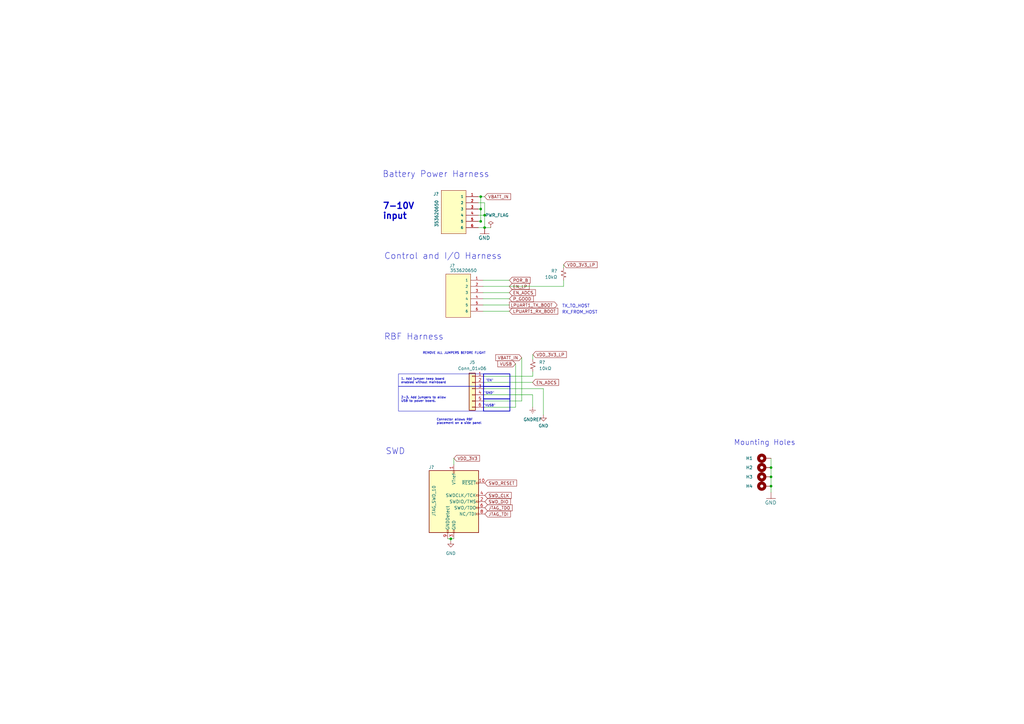
<source format=kicad_sch>
(kicad_sch (version 20230121) (generator eeschema)
  (paper "A3")
  (title_block (title "Soldermander") (date "2024-02-27") (rev "1.0") (company "Stanford Student Space Initiative") (comment 1 "RE: Flynn Dreilinger"))
  (lib_symbols
    (symbol "Connector:Conn_ARM_JTAG_SWD_10" (pin_names (offset 1.016))
      (property "Reference" "J" (at -2.54 16.51 0))
      (property "Value" "Conn_ARM_JTAG_SWD_10" (at -2.54 13.97 0))
      (symbol "Conn_ARM_JTAG_SWD_10_0_1"
        (rectangle (start -10.16 12.7) (end 10.16 -12.7) (stroke (width 0.254)) (fill (type background)))
        (rectangle (start -2.794 -12.7) (end -2.286 -11.684))
        (rectangle (start -0.254 -12.7) (end 0.254 -11.684))
        (rectangle (start -0.254 12.7) (end 0.254 11.684))
        (rectangle (start 9.144 2.286) (end 10.16 2.794))
        (rectangle (start 10.16 -2.794) (end 9.144 -2.286))
        (rectangle (start 10.16 -0.254) (end 9.144 0.254))
        (rectangle (start 10.16 7.874) (end 9.144 7.366))
      )
      (symbol "Conn_ARM_JTAG_SWD_10_1_1"
        (rectangle (start 9.144 -5.334) (end 10.16 -4.826))
        (pin power_in line (at 0 15.24 270) (length 2.54) (name "VTref") (number "1"))
        (pin open_collector line (at 12.7 7.62 180) (length 2.54) (name "~{RESET}") (number "10"))
        (pin bidirectional line (at 12.7 0 180) (length 2.54) (name "SWDIO/TMS") (number "2"))
        (pin power_in line (at 0 -15.24 90) (length 2.54) (name "GND") (number "3"))
        (pin output line (at 12.7 2.54 180) (length 2.54) (name "SWDCLK/TCK") (number "4"))
        (pin passive line (at 0 -15.24 90) (length 2.54) hide (name "GND") (number "5"))
        (pin input line (at 12.7 -2.54 180) (length 2.54) (name "SWO/TDO") (number "6"))
        (pin no_connect line (at -10.16 0 0) (length 2.54) hide (name "KEY") (number "7"))
        (pin output line (at 12.7 -5.08 180) (length 2.54) (name "NC/TDI") (number "8"))
        (pin passive line (at -2.54 -15.24 90) (length 2.54) (name "GNDDetect") (number "9"))
      )
    )
    (symbol "Connector_Generic:Conn_01x06" (pin_names (offset 1.016) hide)
      (property "Reference" "J" (at 0 7.62 0))
      (property "Value" "Conn_01x06" (at 0 -10.16 0))
      (symbol "Conn_01x06_1_1"
        (rectangle (start -1.27 -7.493) (end 0 -7.747) (stroke (width 0.1524)))
        (rectangle (start -1.27 -4.953) (end 0 -5.207) (stroke (width 0.1524)))
        (rectangle (start -1.27 -2.413) (end 0 -2.667) (stroke (width 0.1524)))
        (rectangle (start -1.27 0.127) (end 0 -0.127) (stroke (width 0.1524)))
        (rectangle (start -1.27 2.667) (end 0 2.413) (stroke (width 0.1524)))
        (rectangle (start -1.27 5.207) (end 0 4.953) (stroke (width 0.1524)))
        (rectangle (start -1.27 6.35) (end 1.27 -8.89) (stroke (width 0.254)) (fill (type background)))
        (pin passive line (at -5.08 5.08 0) (length 3.81) (name "Pin_1") (number "1"))
        (pin passive line (at -5.08 2.54 0) (length 3.81) (name "Pin_2") (number "2"))
        (pin passive line (at -5.08 0 0) (length 3.81) (name "Pin_3") (number "3"))
        (pin passive line (at -5.08 -2.54 0) (length 3.81) (name "Pin_4") (number "4"))
        (pin passive line (at -5.08 -5.08 0) (length 3.81) (name "Pin_5") (number "5"))
        (pin passive line (at -5.08 -7.62 0) (length 3.81) (name "Pin_6") (number "6"))
      )
    )
    (symbol "Device:R_Small_US" (pin_numbers hide) (pin_names (offset 0.254) hide)
      (property "Reference" "R" (at 0.762 0.508 0))
      (property "Value" "R_Small_US" (at 0.762 -1.016 0))
      (symbol "R_Small_US_1_1"
        (polyline (pts (xy 0 0) (xy 1.016 -0.381) (xy 0 -0.762) (xy -1.016 -1.143) (xy 0 -1.27)))
        (polyline (pts (xy 0 1.27) (xy 1.016 1.143) (xy 0 0.762) (xy -1.016 0.381) (xy 0 0)))
        (pin passive line (at 0 2.54 270) (length 1.016) (name "~") (number "1"))
        (pin passive line (at 0 -2.54 90) (length 1.016) (name "~") (number "2"))
      )
    )
    (symbol "GND_1" (power) (pin_names (offset 0))
      (property "Value" "GND_1" (at 0 -3.81 0))
      (symbol "GND_1_0_1"
        (polyline (pts (xy 0 0) (xy 0 -1.27) (xy 1.27 -1.27) (xy 0 -2.54) (xy -1.27 -1.27) (xy 0 -1.27)))
      )
      (symbol "GND_1_1_1"
        (pin power_in line (at 0 0 270) (length 0) hide (name "GND") (number "1"))
      )
    )
    (symbol "Mechanical:MountingHole_Pad" (pin_numbers hide) (pin_names (offset 1.016) hide)
      (property "Reference" "H" (at 0 6.35 0))
      (property "Value" "MountingHole_Pad" (at 0 4.445 0))
      (symbol "MountingHole_Pad_0_1"
        (circle (center 0 1.27) (radius 1.27) (stroke (width 1.27)))
      )
      (symbol "MountingHole_Pad_1_1"
        (pin input line (at 0 -2.54 90) (length 2.54) (name "1") (number "1"))
      )
    )
    (symbol "mainboard:35362-0650" (pin_names (offset 1.016))
      (property "Reference" "J" (at -5.334 11.4554 0))
      (property "Value" "35362-0650" (at -6.096 -11.684 0))
      (symbol "35362-0650_0_0"
        (rectangle (start -5.08 -7.62) (end 5.08 10.16) (stroke (width 0.1524)) (fill (type background)))
        (pin passive line (at 10.16 7.62 180) (length 5.08) (name "1") (number "1"))
        (pin passive line (at 10.16 5.08 180) (length 5.08) (name "2") (number "2"))
        (pin passive line (at 10.16 2.54 180) (length 5.08) (name "3") (number "3"))
        (pin passive line (at 10.16 0 180) (length 5.08) (name "4") (number "4"))
        (pin passive line (at 10.16 -2.54 180) (length 5.08) (name "5") (number "5"))
        (pin passive line (at 10.16 -5.08 180) (length 5.08) (name "6") (number "6"))
      )
    )
    (symbol "mainboard:GND" (power) (pin_names (offset 1.016))
      (property "Value" "GND" (at -2.54 -2.54 0))
      (symbol "GND_1_0"
        (polyline (pts (xy -1.905 0) (xy 1.905 0)))
        (pin power_in line (at 0 2.54 270) (length 2.54) (name "GND") (number "1"))
      )
    )
    (symbol "power:GND" (power) (pin_names (offset 0))
      (property "Value" "GND" (at 0 -3.81 0))
      (symbol "GND_0_1"
        (polyline (pts (xy 0 0) (xy 0 -1.27) (xy 1.27 -1.27) (xy 0 -2.54) (xy -1.27 -1.27) (xy 0 -1.27)))
      )
      (symbol "GND_1_1"
        (pin power_in line (at 0 0 270) (length 0) hide (name "GND") (number "1"))
      )
    )
    (symbol "power:GNDREF" (power) (pin_names (offset 0))
      (property "Value" "GNDREF" (at 0 -3.81 0))
      (symbol "GNDREF_0_1"
        (polyline (pts (xy -0.635 -1.905) (xy 0.635 -1.905)))
        (polyline (pts (xy -0.127 -2.54) (xy 0.127 -2.54)))
        (polyline (pts (xy 0 -1.27) (xy 0 0)))
        (polyline (pts (xy 1.27 -1.27) (xy -1.27 -1.27)))
      )
      (symbol "GNDREF_1_1"
        (pin power_in line (at 0 0 270) (length 0) hide (name "GNDREF") (number "1"))
      )
    )
    (symbol "power:PWR_FLAG" (power) (pin_numbers hide) (pin_names (offset 0) hide)
      (property "Value" "PWR_FLAG" (at 0 3.81 0))
      (symbol "PWR_FLAG_0_0"
        (pin power_out line (at 0 0 90) (length 0) (name "pwr") (number "1"))
      )
      (symbol "PWR_FLAG_0_1"
        (polyline (pts (xy 0 0) (xy 0 1.27) (xy -1.016 1.905) (xy 0 2.54) (xy 1.016 1.905) (xy 0 1.27)))
      )
    )
  )
  (junction (at 316.23 191.77))
  (junction (at 316.23 195.58))
  (junction (at 316.23 199.39))
  (junction (at 197.1548 85.725))
  (junction (at 184.8866 220.98))
  (junction (at 197.1548 90.805))
  (junction (at 197.1548 80.645))
  (junction (at 198.755 88.265))
  (junction (at 198.755 93.345))
  (wire (pts (xy 231.14 117.475) (xy 198.12 117.475)))
  (wire (pts (xy 198.755 93.345) (xy 196.215 93.345)))
  (wire (pts (xy 316.23 195.58) (xy 316.23 199.39)))
  (wire (pts (xy 198.755 164.465) (xy 213.995 164.465)))
  (wire (pts (xy 198.755 154.305) (xy 218.5416 154.305)))
  (wire (pts (xy 231.14 114.935) (xy 231.14 117.475)))
  (wire (pts (xy 198.12 125.095) (xy 208.915 125.095)))
  (wire (pts (xy 198.755 159.385) (xy 222.885 159.385)))
  (wire (pts (xy 316.23 199.39) (xy 316.23 201.93)))
  (wire (pts (xy 197.1548 80.645) (xy 196.215 80.645)))
  (wire (pts (xy 197.1548 90.805) (xy 196.215 90.805)))
  (wire (pts (xy 198.12 127.635) (xy 208.915 127.635)))
  (wire (pts (xy 198.755 80.645) (xy 197.1548 80.645)))
  (wire (pts (xy 198.12 114.935) (xy 208.915 114.935)))
  (wire (pts (xy 197.1548 90.8304) (xy 197.1548 90.805)))
  (wire (pts (xy 231.14 108.585) (xy 231.14 109.855)))
  (wire (pts (xy 316.23 187.96) (xy 316.23 191.77)))
  (wire (pts (xy 213.995 146.685) (xy 213.995 164.465)))
  (wire (pts (xy 218.5416 152.4) (xy 218.5416 154.305)))
  (wire (pts (xy 316.23 191.77) (xy 316.23 195.58)))
  (wire (pts (xy 218.5416 145.415) (xy 218.5416 147.32)))
  (wire (pts (xy 186.1566 187.96) (xy 186.1566 190.5)))
  (wire (pts (xy 218.44 161.925) (xy 218.44 167.005)))
  (wire (pts (xy 183.6166 220.98) (xy 184.8866 220.98)))
  (wire (pts (xy 198.755 156.845) (xy 218.44 156.845)))
  (wire (pts (xy 196.215 83.185) (xy 198.755 83.185)))
  (wire (pts (xy 198.755 88.265) (xy 198.755 93.345)))
  (wire (pts (xy 197.1548 85.725) (xy 196.215 85.725)))
  (wire (pts (xy 198.755 93.345) (xy 201.295 93.345)))
  (wire (pts (xy 198.755 88.265) (xy 196.215 88.265)))
  (wire (pts (xy 198.755 83.185) (xy 198.755 88.265)))
  (wire (pts (xy 198.12 120.015) (xy 208.915 120.015)))
  (wire (pts (xy 197.1548 80.645) (xy 197.1548 85.725)))
  (wire (pts (xy 198.12 122.555) (xy 208.915 122.555)))
  (wire (pts (xy 211.455 149.225) (xy 211.455 167.005)))
  (wire (pts (xy 184.8866 220.98) (xy 186.1566 220.98)))
  (wire (pts (xy 198.755 161.925) (xy 218.44 161.925)))
  (wire (pts (xy 222.885 159.385) (xy 222.885 170.18)))
  (wire (pts (xy 197.1548 85.725) (xy 197.1548 90.805)))
  (wire (pts (xy 184.8866 221.869) (xy 184.8866 220.98)))
  (wire (pts (xy 198.755 167.005) (xy 211.455 167.005)))
  (rectangle (start 198.3232 158.4706) (end 209.1182 163.576) (stroke (width 0.3)))
  (rectangle (start 163.4236 158.4706) (end 198.3232 168.6052))
  (rectangle (start 163.4236 153.3652) (end 198.3232 158.4706))
  (rectangle (start 198.3232 163.576) (end 209.1182 168.6052) (stroke (width 0.3)))
  (rectangle (start 198.3232 153.3398) (end 209.1182 158.4706) (stroke (width 0.3)))
  (text "1. Add jumper keep board \nenabled without mainboard" (at 164.465 157.48 0) (effects (font (size 0.889 0.889)) (justify left bottom)))
  (text "REMOVE ALL JUMPERS BEFORE FLIGHT" (at 173.355 145.415 0) (effects (font (size 0.889 0.889)) (justify left bottom)))
  (text "Connector allows RBF\nplacement on a side panel\n" (at 179.0192 174.1678 0) (effects (font (size 0.889 0.889)) (justify left bottom)))
  (text "SWD\n" (at 158.115 186.69 0) (effects (font (size 2.54 2.54)) (justify left bottom)))
  (text "\"GND\"" (at 202.7682 161.8488 0) (effects (font (size 0.889 0.889)) (justify right bottom)))
  (text "7-10V\ninput" (at 156.845 90.17 0) (effects (font (size 2.54 2.54) (thickness 0.508) bold) (justify left bottom)))
  (text "TX_TO_HOST" (at 230.505 126.365 0) (effects (font (size 1.27 1.27)) (justify left bottom)))
  (text "Control and I/O Harness" (at 157.5308 106.6292 0) (effects (font (size 2.54 2.54)) (justify left bottom)))
  (text "RX_FROM_HOST" (at 230.505 128.905 0) (effects (font (size 1.27 1.27)) (justify left bottom)))
  (text "\"VUSB\"" (at 198.2724 166.9542 0) (effects (font (size 0.889 0.889)) (justify left bottom)))
  (text "2-3. Add jumpers to allow\nUSB to power board." (at 164.465 165.1 0) (effects (font (size 0.889 0.889)) (justify left bottom)))
  (text "RBF Harness" (at 157.48 139.7 0) (effects (font (size 2.54 2.54)) (justify left bottom)))
  (text "Battery Power Harness" (at 156.845 73.025 0) (effects (font (size 2.54 2.54)) (justify left bottom)))
  (text "\"EN\"" (at 199.136 156.6926 0) (effects (font (size 0.889 0.889)) (justify left bottom)))
  (text "Mounting Holes" (at 300.99 182.88 0) (effects (font (size 2.159 2.159)) (justify left bottom)))
  (global_label "VDD_3V3_LP" (shape input) (at 231.14 108.585 0) (property "Intersheetrefs" "${INTERSHEET_REFS}" (effects hide)))
  (global_label "VBATT_IN" (shape input) (at 198.755 80.645 0) (property "Intersheetrefs" "${INTERSHEET_REFS}" (effects hide)))
  (global_label "JTAG_TDO" (shape input) (at 198.8566 208.28 0) (property "Intersheetrefs" "${INTERSHEET_REFS}" (effects hide)))
  (global_label "VBATT_IN" (shape input) (at 213.995 146.685 180) (property "Intersheetrefs" "${INTERSHEET_REFS}" (effects hide)))
  (global_label "VDD_3V3" (shape input) (at 186.1566 187.96 0) (property "Intersheetrefs" "${INTERSHEET_REFS}" (effects hide)))
  (global_label "EN_LP" (shape input) (at 208.915 117.475 0) (property "Intersheetrefs" "${INTERSHEET_REFS}" (effects hide)))
  (global_label "SWD_DIO" (shape input) (at 198.8566 205.74 0) (property "Intersheetrefs" "${INTERSHEET_REFS}" (effects hide)))
  (global_label "LPUART1_TX_BOOT" (shape output) (at 208.915 125.095 0) (property "Intersheetrefs" "${INTERSHEET_REFS}" (effects hide)))
  (global_label "JTAG_TDI" (shape input) (at 198.8566 210.82 0) (property "Intersheetrefs" "${INTERSHEET_REFS}" (effects hide)))
  (global_label "VDD_3V3_LP" (shape input) (at 218.5416 145.415 0) (property "Intersheetrefs" "${INTERSHEET_REFS}" (effects hide)))
  (global_label "SWD_RESET" (shape input) (at 198.8566 198.12 0) (property "Intersheetrefs" "${INTERSHEET_REFS}" (effects hide)))
  (global_label "VUSB" (shape input) (at 211.455 149.225 180) (property "Intersheetrefs" "${INTERSHEET_REFS}" (effects hide)))
  (global_label "LPUART1_RX_BOOT" (shape input) (at 208.915 127.635 0) (property "Intersheetrefs" "${INTERSHEET_REFS}" (effects hide)))
  (global_label "SWD_CLK" (shape input) (at 198.8566 203.2 0) (property "Intersheetrefs" "${INTERSHEET_REFS}" (effects hide)))
  (global_label "EN_ADCS" (shape input) (at 218.44 156.845 0) (property "Intersheetrefs" "${INTERSHEET_REFS}" (effects hide)))
  (global_label "EN_ADCS" (shape input) (at 208.915 120.015 0) (property "Intersheetrefs" "${INTERSHEET_REFS}" (effects hide)))
  (global_label "POR_B" (shape input) (at 208.915 114.935 0) (property "Intersheetrefs" "${INTERSHEET_REFS}" (effects hide)))
  (global_label "P_GOOD" (shape input) (at 208.915 122.555 0) (property "Intersheetrefs" "${INTERSHEET_REFS}" (effects hide)))
  (symbol (lib_id "mainboard:GND") (at 316.23 204.47 0) (unit 1)
    (property "Reference" "#GND09" (effects hide))
    (property "Value" "GND" (at 313.69 207.01 0) (effects (font (size 1.4986 1.4986)) (justify left bottom)))
    (instances (project "cpu_board" (path "" (reference "#GND09") (unit 1))) (project "mainboard" (path "" (reference "#GND?") (unit 1))))
  )
  (symbol (lib_id "power:PWR_FLAG") (at 201.295 93.345 0) (unit 1)
    (property "Reference" "#FLG?" (effects hide))
    (property "Value" "PWR_FLAG" (at 203.835 88.265 0))
    (instances (project "adcs-hardware" (path "" (reference "#FLG?") (unit 1))) (project "cpu_board" (path "" (reference "#FLG025") (unit 1))))
  )
  (symbol (lib_id "power:GNDREF") (at 218.44 167.005 0) (unit 1)
    (property "Reference" "#PWR?" (effects hide))
    (property "Value" "GNDREF" (at 218.44 172.085 0))
    (instances (project "adcs-hardware" (path "" (reference "#PWR?") (unit 1)) (path "" (reference "#PWR?") (unit 1))) (project "cpu_board" (path "" (reference "#PWR062") (unit 1))) (project "mainboard" (path "" (reference "#PWR?") (unit 1))))
  )
  (symbol (lib_id "Mechanical:MountingHole_Pad") (at 313.69 187.96 90) (unit 1) (in_bom no)
    (property "Reference" "H1" (at 307.34 187.96 90))
    (property "Value" "MountingHole_Pad" (effects hide))
    (property "Footprint" "MountingHole:MountingHole_2.7mm_M2.5_DIN965_Pad" (effects hide))
    (property "DNI" "DNI" (effects hide))
    (instances (project "cpu_board" (path "" (reference "H1") (unit 1))) (project "mainboard" (path "" (reference "H?") (unit 1))))
  )
  (symbol (lib_id "power:GND") (at 222.885 170.18 0) (unit 1)
    (property "Reference" "#PWR063" (effects hide))
    (property "Value" "GND" (at 222.885 174.625 0))
  )
  (symbol (lib_id "Device:R_Small_US") (at 218.5416 149.86 0) (unit 1)
    (property "Reference" "R?" (at 221.0816 148.59 0) (effects (justify left)))
    (property "Value" "10kΩ" (at 221.0816 151.13 0) (effects (justify left)))
    (property "Footprint" "adcs:Perfect_0402" (effects hide))
    (property "Footprint (for JLCPCB)" "0402" (effects hide))
    (instances (project "cpu_board" (path "" (reference "R?") (unit 1)) (path "" (reference "R?") (unit 1)) (path "" (reference "R?") (unit 1)) (path "" (reference "R?") (unit 1)) (path "" (reference "R?") (unit 1)) (path "" (reference "R33") (unit 1))))
  )
  (symbol (lib_id "Mechanical:MountingHole_Pad") (at 313.69 195.58 90) (unit 1)
    (property "Reference" "H3" (at 307.34 195.58 90))
    (property "Value" "MountingHole_Pad" (effects hide))
    (property "Footprint" "MountingHole:MountingHole_2.7mm_M2.5_DIN965_Pad" (effects hide))
    (property "DNI" "DNI" (effects hide))
    (property "Sim.Enable" "0" (effects hide))
    (instances (project "cpu_board" (path "" (reference "H3") (unit 1))) (project "mainboard" (path "" (reference "H?") (unit 1))))
  )
  (symbol (lib_id "mainboard:35362-0650") (at 186.055 88.265 0) (unit 1)
    (property "Reference" "J?" (at 178.8414 79.5782 0))
    (property "Value" "353620650" (at 179.07 87.5792 90))
    (property "Footprint" "mainboard:MOLEX_35362-0650" (effects hide))
    (property "Datasheet" "https://tools.molex.com/pdm_docs/sd/353620650_sd.pdf" (effects hide))
    (property "Manufacturer_Name" "Molex" (effects hide))
    (property "Flight" "353620650" (effects hide))
    (property "Description" "6-pin sherlock through-hole connector" (effects hide))
    (property "DNI" "DNI" (effects hide))
    (instances (project "adcs-hardware" (path "" (reference "J?") (unit 1))) (project "cpu_board" (path "" (reference "J2") (unit 1))) (project "mainboard" (path "" (reference "J?") (unit 1))))
  )
  (symbol (lib_name "GND_1") (lib_id "power:GND") (at 184.8866 221.869 0) (unit 1)
    (property "Reference" "#PWR?" (effects hide))
    (property "Value" "GND" (at 184.8866 226.949 0))
    (instances (project "adcs-hardware" (path "" (reference "#PWR?") (unit 1))) (project "cpu_board" (path "" (reference "#PWR061") (unit 1))) (project "rt1062" (path "" (reference "#PWR?") (unit 1))))
  )
  (symbol (lib_id "mainboard:35362-0650") (at 187.96 122.555 0) (unit 1)
    (property "Reference" "J?" (at 186.5884 108.966 0) (effects (justify right)))
    (property "Value" "353620650" (at 195.6308 110.9218 0) (effects (justify right)))
    (property "Footprint" "mainboard:MOLEX_35362-0650" (effects hide))
    (property "Datasheet" "https://tools.molex.com/pdm_docs/sd/353620650_sd.pdf" (effects hide))
    (property "Manufacturer_Name" "Molex" (effects hide))
    (property "Flight" "353620650" (effects hide))
    (property "Description" "6-pin sherlock through-hole connector" (effects hide))
    (property "DNI" "DNI" (effects hide))
    (instances (project "adcs-hardware" (path "" (reference "J?") (unit 1))) (project "cpu_board" (path "" (reference "J4") (unit 1))) (project "mainboard" (path "" (reference "J?") (unit 1))))
  )
  (symbol (lib_id "Mechanical:MountingHole_Pad") (at 313.69 199.39 90) (unit 1)
    (property "Reference" "H4" (at 307.34 199.39 90))
    (property "Value" "MountingHole_Pad" (effects hide))
    (property "Footprint" "MountingHole:MountingHole_2.7mm_M2.5_DIN965_Pad" (effects hide))
    (property "DNI" "DNI" (effects hide))
    (property "Sim.Enable" "0" (effects hide))
    (instances (project "cpu_board" (path "" (reference "H4") (unit 1))) (project "mainboard" (path "" (reference "H?") (unit 1))))
  )
  (symbol (lib_id "mainboard:GND") (at 198.755 95.885 0) (unit 1)
    (property "Reference" "#GND?" (effects hide))
    (property "Value" "GND" (at 196.215 98.425 0) (effects (font (size 1.4986 1.4986)) (justify left bottom)))
    (instances (project "adcs-hardware" (path "" (reference "#GND?") (unit 1))) (project "cpu_board" (path "" (reference "#GND08") (unit 1))) (project "mainboard" (path "" (reference "#GND?") (unit 1))))
  )
  (symbol (lib_id "Connector_Generic:Conn_01x06") (at 193.675 159.385 0) (mirror y) (unit 1)
    (property "Reference" "J5" (at 193.675 148.59 0))
    (property "Value" "Conn_01x06" (at 193.675 151.13 0))
    (property "Footprint" "Connector_PinHeader_2.54mm:PinHeader_1x06_P2.54mm_Vertical" (effects hide))
    (property "DNI" "DNI" (effects hide))
  )
  (symbol (lib_id "Mechanical:MountingHole_Pad") (at 313.69 191.77 90) (unit 1)
    (property "Reference" "H2" (at 307.34 191.77 90))
    (property "Value" "MountingHole_Pad" (effects hide))
    (property "Footprint" "MountingHole:MountingHole_2.7mm_M2.5_DIN965_Pad" (effects hide))
    (property "DNI" "DNI" (effects hide))
    (property "Sim.Enable" "0" (effects hide))
    (instances (project "cpu_board" (path "" (reference "H2") (unit 1))) (project "mainboard" (path "" (reference "H?") (unit 1))))
  )
  (symbol (lib_id "Connector:Conn_ARM_JTAG_SWD_10") (at 186.1566 205.74 0) (unit 1)
    (property "Reference" "J?" (at 178.0794 191.6176 0) (effects (justify right)))
    (property "Value" "JTAG_SWD_10" (at 177.9778 199.0344 90) (effects (justify right)))
    (property "Footprint" "Connector_PinHeader_1.27mm:PinHeader_2x05_P1.27mm_Vertical_SMD" (effects hide))
    (property "Description" "JTAG/SWD 10-pin connector" (effects hide))
    (property "Flight" "BD125-10-A-0305-0580-L-B" (effects hide))
    (property "Manufacturer_Name" "GCT" (effects hide))
    (property "JLCPCB P/N" "C180221" (effects hide))
    (instances (project "adcs-hardware" (path "" (reference "J?") (unit 1))) (project "cpu_board" (path "" (reference "J3") (unit 1))) (project "rt1062" (path "" (reference "J?") (unit 1))))
  )
  (symbol (lib_id "Device:R_Small_US") (at 231.14 112.395 0) (mirror y) (unit 1)
    (property "Reference" "R?" (at 228.6 111.125 0) (effects (justify left)))
    (property "Value" "10kΩ" (at 228.6 113.665 0) (effects (justify left)))
    (property "Footprint" "adcs:Perfect_0402" (effects hide))
    (property "Footprint (for JLCPCB)" "0402" (effects hide))
    (instances (project "cpu_board" (path "" (reference "R?") (unit 1)) (path "" (reference "R?") (unit 1)) (path "" (reference "R?") (unit 1)) (path "" (reference "R?") (unit 1)) (path "" (reference "R?") (unit 1)) (path "" (reference "R4") (unit 1))))
  )
)
</source>
